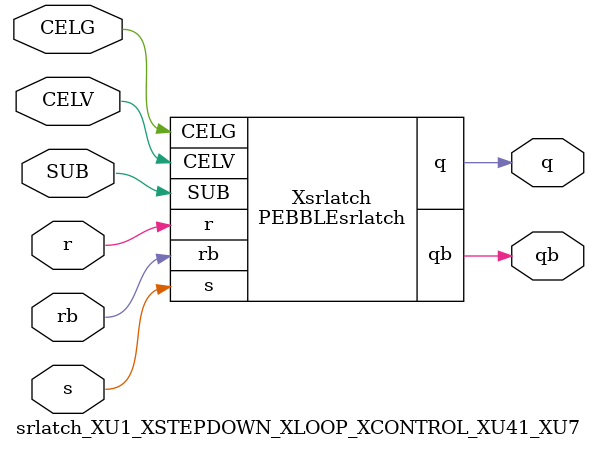
<source format=v>



module PEBBLEsrlatch ( q, qb, CELG, CELV, SUB, r, rb, s );

  input CELV;
  input s;
  output q;
  input rb;
  input r;
  input SUB;
  input CELG;
  output qb;
endmodule

//Celera Confidential Do Not Copy srlatch_XU1_XSTEPDOWN_XLOOP_XCONTROL_XU41_XU7
//Celera Confidential Symbol Generator
//SR Latch
module srlatch_XU1_XSTEPDOWN_XLOOP_XCONTROL_XU41_XU7 (CELV,CELG,s,r,rb,q,qb,SUB);
input CELV;
input CELG;
input s;
input r;
input rb;
input SUB;
output q;
output qb;

//Celera Confidential Do Not Copy srlatch
PEBBLEsrlatch Xsrlatch(
.CELV (CELV),
.r (r),
.s (s),
.q (q),
.qb (qb),
.rb (rb),
.SUB (SUB),
.CELG (CELG)
);
//,diesize,PEBBLEsrlatch

//Celera Confidential Do Not Copy Module End
//Celera Schematic Generator
endmodule

</source>
